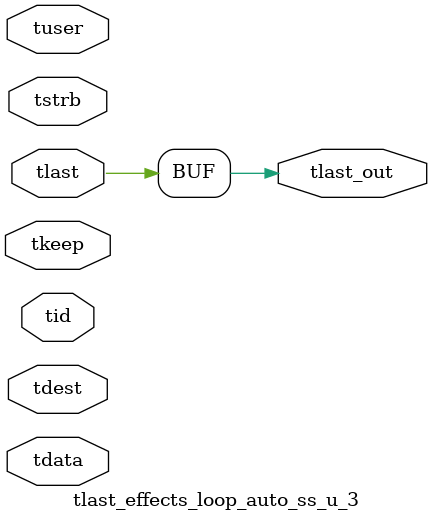
<source format=v>


`timescale 1ps/1ps

module tlast_effects_loop_auto_ss_u_3 #
(
parameter C_S_AXIS_TID_WIDTH   = 1,
parameter C_S_AXIS_TUSER_WIDTH = 0,
parameter C_S_AXIS_TDATA_WIDTH = 0,
parameter C_S_AXIS_TDEST_WIDTH = 0
)
(
input  [(C_S_AXIS_TID_WIDTH   == 0 ? 1 : C_S_AXIS_TID_WIDTH)-1:0       ] tid,
input  [(C_S_AXIS_TDATA_WIDTH == 0 ? 1 : C_S_AXIS_TDATA_WIDTH)-1:0     ] tdata,
input  [(C_S_AXIS_TUSER_WIDTH == 0 ? 1 : C_S_AXIS_TUSER_WIDTH)-1:0     ] tuser,
input  [(C_S_AXIS_TDEST_WIDTH == 0 ? 1 : C_S_AXIS_TDEST_WIDTH)-1:0     ] tdest,
input  [(C_S_AXIS_TDATA_WIDTH/8)-1:0 ] tkeep,
input  [(C_S_AXIS_TDATA_WIDTH/8)-1:0 ] tstrb,
input  [0:0]                                                             tlast,
output                                                                   tlast_out
);

assign tlast_out = {tlast};

endmodule


</source>
